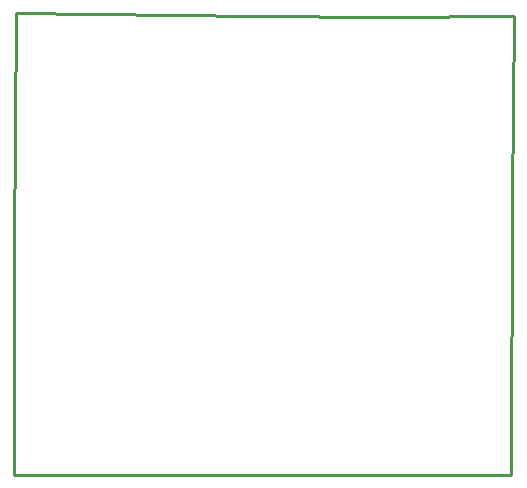
<source format=gko>
G04 Layer: BoardOutlineLayer*
G04 EasyEDA v6.5.22, 2022-10-29 05:24:55*
G04 0d69cdd4dafa4356a4bc9da831f61fa8,b3227826631d40d5b2108dfee29276d7,10*
G04 Gerber Generator version 0.2*
G04 Scale: 100 percent, Rotated: No, Reflected: No *
G04 Dimensions in millimeters *
G04 leading zeros omitted , absolute positions ,4 integer and 5 decimal *
%FSLAX45Y45*%
%MOMM*%

%ADD10C,0.2540*%
D10*
X12700Y3911600D02*
G01*
X2044700Y3886200D01*
X3124200Y3873500D01*
X4229100Y3886200D01*
X4216400Y2324100D01*
X4203700Y0D01*
X0Y0D01*
X0Y1917700D01*
X12700Y3911600D01*

%LPD*%
M02*

</source>
